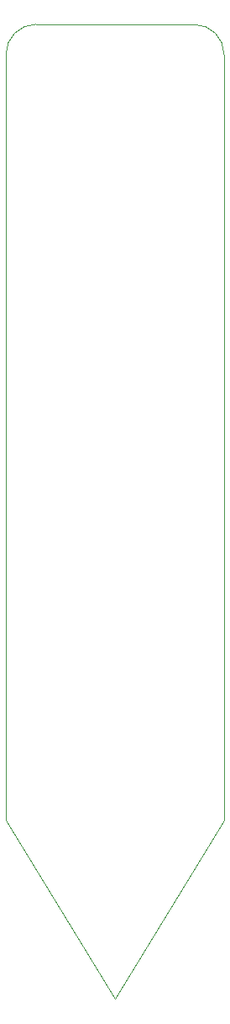
<source format=gko>
G04*
G04 #@! TF.GenerationSoftware,Altium Limited,Altium Designer,21.0.8 (223)*
G04*
G04 Layer_Color=16711935*
%FSLAX25Y25*%
%MOIN*%
G70*
G04*
G04 #@! TF.SameCoordinates,D91FEFE4-16E7-4BF4-AD38-342E90C75360*
G04*
G04*
G04 #@! TF.FilePolarity,Positive*
G04*
G01*
G75*
%ADD41C,0.00394*%
D41*
X11811Y0D02*
G03*
X0Y-11811I0J-11811D01*
G01*
X86614Y-11850D02*
G03*
X74803Y-39I-11811J0D01*
G01*
X0Y-314961D02*
X43307Y-385827D01*
X86614Y-314961D01*
X0D02*
Y-11811D01*
X86614Y-315000D02*
Y-11850D01*
X11811Y0D02*
X74764D01*
M02*

</source>
